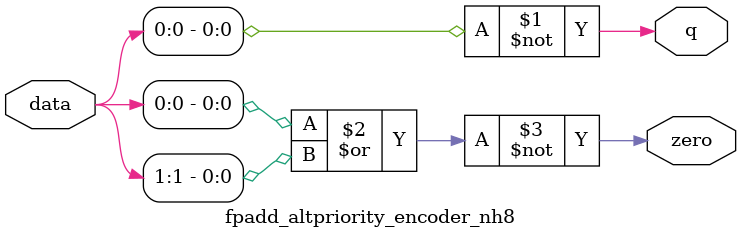
<source format=v>
module  fpadd_altpriority_encoder_nh8
	( 
	data,
	q,
	zero) ;
	input   [1:0]  data;
	output   [0:0]  q;
	output   zero;
	assign
		q = {(~ data[0])},
		zero = (~ (data[0] | data[1]));
endmodule
</source>
